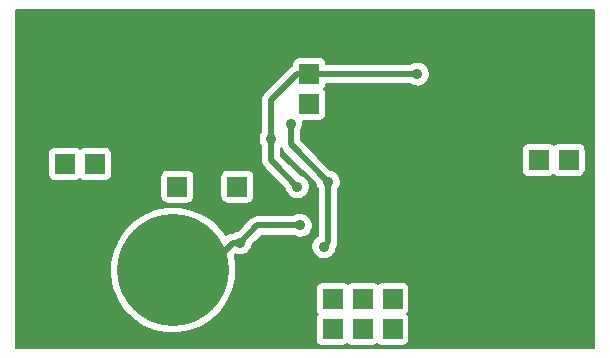
<source format=gbr>
G04 #@! TF.FileFunction,Copper,L1,Top,Signal*
%FSLAX46Y46*%
G04 Gerber Fmt 4.6, Leading zero omitted, Abs format (unit mm)*
G04 Created by KiCad (PCBNEW 0.201503230816+5530~22~ubuntu14.04.1-product) date Út 24. březen 2015, 20:19:39 CET*
%MOMM*%
G01*
G04 APERTURE LIST*
%ADD10C,0.100000*%
%ADD11R,1.651000X1.651000*%
%ADD12C,6.000000*%
%ADD13C,9.480265*%
%ADD14C,0.889000*%
%ADD15C,0.400000*%
%ADD16C,0.500000*%
%ADD17C,0.200000*%
G04 APERTURE END LIST*
D10*
D11*
X7620000Y13970000D03*
X7620000Y16510000D03*
X7620000Y19050000D03*
X5080000Y19050000D03*
X5080000Y16510000D03*
X5080000Y13970000D03*
X27736800Y5080000D03*
X35356800Y2540000D03*
X30276800Y2540000D03*
X35356800Y5080000D03*
X25196800Y2540000D03*
X27736800Y2540000D03*
X32816800Y2540000D03*
X25196800Y5080000D03*
X32816800Y5080000D03*
X30276800Y5080000D03*
X25781000Y21590000D03*
X25781000Y24130000D03*
X47726600Y14325600D03*
X47726600Y16865600D03*
X47726600Y19405600D03*
X45186600Y19405600D03*
X45186600Y16865600D03*
X45186600Y14325600D03*
D12*
X45720000Y5080000D03*
X45720000Y25400000D03*
X5080000Y25400000D03*
X5080000Y5080000D03*
D11*
X14605000Y14605000D03*
X19685000Y14605000D03*
D13*
X14249400Y7531100D03*
D14*
X23139400Y6400800D03*
X2895600Y20980400D03*
X2895600Y9906000D03*
X6477000Y10998200D03*
X42113200Y10185400D03*
X38455600Y8813800D03*
X33680400Y17322800D03*
X27076400Y18288000D03*
X37846000Y26898600D03*
X32842200Y27381200D03*
X28117800Y27279600D03*
X22123400Y27482800D03*
X17297400Y27914600D03*
X9372600Y23596600D03*
X32575500Y8318500D03*
X28346400Y8534400D03*
X29819600Y21590000D03*
X29845000Y19050000D03*
X22529800Y18618200D03*
X24770447Y14599689D03*
X34925000Y24130000D03*
X25019000Y11315700D03*
X19905361Y9842500D03*
X24190960Y19928840D03*
X27000200Y9512300D03*
X27378002Y14986000D03*
D15*
X25196800Y5080000D02*
X24460200Y5080000D01*
X24460200Y5080000D02*
X23139400Y6400800D01*
X2895600Y20980400D02*
X3149600Y20980400D01*
X3149600Y20980400D02*
X5080000Y19050000D01*
X6477000Y10998200D02*
X3987800Y10998200D01*
X3987800Y10998200D02*
X2895600Y9906000D01*
X38455600Y8813800D02*
X40741600Y8813800D01*
X40741600Y8813800D02*
X42113200Y10185400D01*
X27076400Y18288000D02*
X28041600Y17322800D01*
X28041600Y17322800D02*
X33680400Y17322800D01*
X32842200Y27381200D02*
X33324800Y26898600D01*
X33324800Y26898600D02*
X37846000Y26898600D01*
X22123400Y27482800D02*
X27914600Y27482800D01*
X27914600Y27482800D02*
X28117800Y27279600D01*
X9372600Y23596600D02*
X13690600Y27914600D01*
X13690600Y27914600D02*
X17297400Y27914600D01*
X32359600Y8534400D02*
X32575500Y8318500D01*
X28346400Y8534400D02*
X32359600Y8534400D01*
X29845000Y19050000D02*
X28600400Y20370800D01*
X28600400Y20370800D02*
X29819600Y21590000D01*
D16*
X25781000Y24130000D02*
X34925000Y24130000D01*
X22529800Y18618200D02*
X22529800Y21920200D01*
X22529800Y21920200D02*
X22854499Y22244899D01*
X24770447Y14599689D02*
X22830517Y16539619D01*
X22529800Y18618200D02*
X22529800Y16840336D01*
X22529800Y16840336D02*
X22830517Y16539619D01*
X34925000Y24130000D02*
X27851748Y24130000D01*
X27851748Y24130000D02*
X24739600Y24130000D01*
D15*
X25781000Y24130000D02*
X27006500Y24130000D01*
X27006500Y24130000D02*
X27851748Y24130000D01*
D16*
X22854499Y22244899D02*
X24739600Y24130000D01*
X24390383Y11315700D02*
X25019000Y11315700D01*
X21378561Y11315700D02*
X24390383Y11315700D01*
X19905361Y9842500D02*
X21378561Y11315700D01*
X19905361Y9842500D02*
X19276744Y9842500D01*
X19276744Y9842500D02*
X16927244Y7493000D01*
X16927244Y7493000D02*
X14427200Y7493000D01*
X13970000Y7620000D02*
X17462494Y7620000D01*
X17272000Y10541000D02*
X14478000Y7747000D01*
X13970000Y7620000D02*
X16510000Y7620000D01*
X27378002Y14986000D02*
X27378002Y9890102D01*
X27378002Y9890102D02*
X27000200Y9512300D01*
X24190960Y19928840D02*
X24190960Y18173042D01*
X24190960Y18173042D02*
X27378002Y14986000D01*
D17*
G36*
X49886000Y914000D02*
X49163042Y914000D01*
X49163042Y16040100D01*
X49163042Y17691100D01*
X49155023Y17789762D01*
X49103826Y17953489D01*
X49009131Y18096529D01*
X48878402Y18207605D01*
X48721946Y18277958D01*
X48552100Y18302042D01*
X46901100Y18302042D01*
X46802438Y18294023D01*
X46638711Y18242826D01*
X46495671Y18148131D01*
X46459081Y18105068D01*
X46338402Y18207605D01*
X46181946Y18277958D01*
X46012100Y18302042D01*
X44361100Y18302042D01*
X44262438Y18294023D01*
X44098711Y18242826D01*
X43955671Y18148131D01*
X43844595Y18017402D01*
X43774242Y17860946D01*
X43750158Y17691100D01*
X43750158Y16040100D01*
X43758177Y15941438D01*
X43809374Y15777711D01*
X43904069Y15634671D01*
X44034798Y15523595D01*
X44191254Y15453242D01*
X44361100Y15429158D01*
X46012100Y15429158D01*
X46110762Y15437177D01*
X46274489Y15488374D01*
X46417529Y15583069D01*
X46454118Y15626133D01*
X46574798Y15523595D01*
X46731254Y15453242D01*
X46901100Y15429158D01*
X48552100Y15429158D01*
X48650762Y15437177D01*
X48814489Y15488374D01*
X48957529Y15583069D01*
X49068605Y15713798D01*
X49138958Y15870254D01*
X49163042Y16040100D01*
X49163042Y914000D01*
X35977546Y914000D01*
X35977546Y24233203D01*
X35937454Y24435678D01*
X35858799Y24626510D01*
X35744576Y24798430D01*
X35599135Y24944889D01*
X35428017Y25060310D01*
X35237739Y25140296D01*
X35035549Y25181799D01*
X34829148Y25183240D01*
X34626398Y25144564D01*
X34435021Y25067243D01*
X34313925Y24988000D01*
X27851748Y24988000D01*
X27214800Y24988000D01*
X27209423Y25054162D01*
X27158226Y25217889D01*
X27063531Y25360929D01*
X26932802Y25472005D01*
X26776346Y25542358D01*
X26606500Y25566442D01*
X24955500Y25566442D01*
X24856838Y25558423D01*
X24693111Y25507226D01*
X24550071Y25412531D01*
X24438995Y25281802D01*
X24368642Y25125346D01*
X24344558Y24955500D01*
X24344558Y24887060D01*
X24342683Y24886063D01*
X24272299Y24849579D01*
X24268771Y24846763D01*
X24264790Y24844646D01*
X24203359Y24794545D01*
X24141433Y24745109D01*
X24135156Y24738921D01*
X24135024Y24738812D01*
X24134922Y24738690D01*
X24132902Y24736697D01*
X22247801Y22851597D01*
X22247796Y22851592D01*
X21923102Y22526898D01*
X21872767Y22465620D01*
X21821853Y22404942D01*
X21819680Y22400992D01*
X21816815Y22397502D01*
X21779354Y22327639D01*
X21741182Y22258202D01*
X21739817Y22253900D01*
X21737686Y22249925D01*
X21714531Y22174190D01*
X21690549Y22098588D01*
X21690045Y22094100D01*
X21688728Y22089790D01*
X21680720Y22010963D01*
X21671884Y21932180D01*
X21671822Y21923365D01*
X21671805Y21923195D01*
X21671819Y21923038D01*
X21671800Y21920200D01*
X21671800Y19228144D01*
X21603024Y19127699D01*
X21521712Y18937984D01*
X21478798Y18736089D01*
X21475916Y18529703D01*
X21513176Y18326688D01*
X21589159Y18134776D01*
X21671800Y18006542D01*
X21671800Y16840336D01*
X21679538Y16761412D01*
X21686442Y16682506D01*
X21687699Y16678179D01*
X21688140Y16673683D01*
X21711050Y16597803D01*
X21733159Y16521702D01*
X21735237Y16517693D01*
X21736540Y16513378D01*
X21773718Y16443456D01*
X21810221Y16373035D01*
X21813037Y16369508D01*
X21815154Y16365526D01*
X21865255Y16304096D01*
X21914691Y16242169D01*
X21920883Y16235889D01*
X21920988Y16235760D01*
X21921106Y16235662D01*
X21923102Y16233638D01*
X22223819Y15932921D01*
X23732526Y14424215D01*
X23753823Y14308177D01*
X23829806Y14116265D01*
X23941618Y13942767D01*
X24085000Y13794291D01*
X24254490Y13676493D01*
X24443633Y13593858D01*
X24645224Y13549536D01*
X24851585Y13545213D01*
X25054855Y13581055D01*
X25247292Y13655696D01*
X25421566Y13766294D01*
X25571040Y13908636D01*
X25690019Y14077300D01*
X25773972Y14265861D01*
X25819701Y14467137D01*
X25822993Y14702892D01*
X25782901Y14905367D01*
X25704246Y15096199D01*
X25590023Y15268119D01*
X25444582Y15414578D01*
X25273464Y15529999D01*
X25083186Y15609985D01*
X24945227Y15638304D01*
X23437215Y17146317D01*
X23387800Y17195732D01*
X23387800Y17876846D01*
X23394319Y17854408D01*
X23396397Y17850399D01*
X23397700Y17846084D01*
X23434878Y17776162D01*
X23471381Y17705741D01*
X23474197Y17702214D01*
X23476314Y17698232D01*
X23526415Y17636802D01*
X23575851Y17574875D01*
X23582043Y17568595D01*
X23582148Y17568466D01*
X23582266Y17568368D01*
X23584262Y17566344D01*
X26340081Y14810525D01*
X26361378Y14694488D01*
X26437361Y14502576D01*
X26520002Y14374342D01*
X26520002Y10453495D01*
X26510221Y10449543D01*
X26337508Y10336522D01*
X26190037Y10192108D01*
X26073424Y10021799D01*
X26071546Y10017417D01*
X26071546Y11418903D01*
X26031454Y11621378D01*
X25952799Y11812210D01*
X25838576Y11984130D01*
X25693135Y12130589D01*
X25522017Y12246010D01*
X25331739Y12325996D01*
X25129549Y12367499D01*
X24923148Y12368940D01*
X24720398Y12330264D01*
X24529021Y12252943D01*
X24407925Y12173700D01*
X24390383Y12173700D01*
X21378561Y12173700D01*
X21299636Y12165962D01*
X21220731Y12159058D01*
X21216403Y12157801D01*
X21211908Y12157360D01*
X21135981Y12134436D01*
X21121442Y12130211D01*
X21121442Y13779500D01*
X21121442Y15430500D01*
X21113423Y15529162D01*
X21062226Y15692889D01*
X20967531Y15835929D01*
X20836802Y15947005D01*
X20680346Y16017358D01*
X20510500Y16041442D01*
X18859500Y16041442D01*
X18760838Y16033423D01*
X18597111Y15982226D01*
X18454071Y15887531D01*
X18342995Y15756802D01*
X18272642Y15600346D01*
X18248558Y15430500D01*
X18248558Y13779500D01*
X18256577Y13680838D01*
X18307774Y13517111D01*
X18402469Y13374071D01*
X18533198Y13262995D01*
X18689654Y13192642D01*
X18859500Y13168558D01*
X20510500Y13168558D01*
X20609162Y13176577D01*
X20772889Y13227774D01*
X20915929Y13322469D01*
X21027005Y13453198D01*
X21097358Y13609654D01*
X21121442Y13779500D01*
X21121442Y12130211D01*
X21059927Y12112340D01*
X21055921Y12110264D01*
X21051603Y12108960D01*
X20981644Y12071763D01*
X20911260Y12035279D01*
X20907732Y12032463D01*
X20903751Y12030346D01*
X20842320Y11980245D01*
X20780394Y11930809D01*
X20774117Y11924621D01*
X20773985Y11924512D01*
X20773883Y11924390D01*
X20771863Y11922397D01*
X19730047Y10880583D01*
X19606759Y10857064D01*
X19415382Y10779743D01*
X19294286Y10700500D01*
X19276744Y10700500D01*
X19197869Y10692767D01*
X19118914Y10685859D01*
X19114581Y10684601D01*
X19110091Y10684160D01*
X19034238Y10661259D01*
X18958111Y10639141D01*
X18954102Y10637064D01*
X18949786Y10635760D01*
X18879884Y10598593D01*
X18809443Y10562080D01*
X18805911Y10559261D01*
X18801934Y10557146D01*
X18740561Y10507092D01*
X18709721Y10482473D01*
X18413959Y10927631D01*
X17674922Y11671845D01*
X16805409Y12258339D01*
X16041442Y12579481D01*
X16041442Y13779500D01*
X16041442Y15430500D01*
X16033423Y15529162D01*
X15982226Y15692889D01*
X15887531Y15835929D01*
X15756802Y15947005D01*
X15600346Y16017358D01*
X15430500Y16041442D01*
X13779500Y16041442D01*
X13680838Y16033423D01*
X13517111Y15982226D01*
X13374071Y15887531D01*
X13262995Y15756802D01*
X13192642Y15600346D01*
X13168558Y15430500D01*
X13168558Y13779500D01*
X13176577Y13680838D01*
X13227774Y13517111D01*
X13322469Y13374071D01*
X13453198Y13262995D01*
X13609654Y13192642D01*
X13779500Y13168558D01*
X15430500Y13168558D01*
X15529162Y13176577D01*
X15692889Y13227774D01*
X15835929Y13322469D01*
X15947005Y13453198D01*
X16017358Y13609654D01*
X16041442Y13779500D01*
X16041442Y12579481D01*
X15838538Y12664775D01*
X14811137Y12875670D01*
X13762340Y12882992D01*
X12732094Y12686462D01*
X11759643Y12293566D01*
X10882025Y11719269D01*
X10132670Y10985446D01*
X9540120Y10120049D01*
X9126945Y9156039D01*
X9056442Y8824349D01*
X9056442Y15684500D01*
X9056442Y17335500D01*
X9048423Y17434162D01*
X8997226Y17597889D01*
X8902531Y17740929D01*
X8771802Y17852005D01*
X8615346Y17922358D01*
X8445500Y17946442D01*
X6794500Y17946442D01*
X6695838Y17938423D01*
X6532111Y17887226D01*
X6389071Y17792531D01*
X6352481Y17749468D01*
X6231802Y17852005D01*
X6075346Y17922358D01*
X5905500Y17946442D01*
X4254500Y17946442D01*
X4155838Y17938423D01*
X3992111Y17887226D01*
X3849071Y17792531D01*
X3737995Y17661802D01*
X3667642Y17505346D01*
X3643558Y17335500D01*
X3643558Y15684500D01*
X3651577Y15585838D01*
X3702774Y15422111D01*
X3797469Y15279071D01*
X3928198Y15167995D01*
X4084654Y15097642D01*
X4254500Y15073558D01*
X5905500Y15073558D01*
X6004162Y15081577D01*
X6167889Y15132774D01*
X6310929Y15227469D01*
X6347518Y15270533D01*
X6468198Y15167995D01*
X6624654Y15097642D01*
X6794500Y15073558D01*
X8445500Y15073558D01*
X8544162Y15081577D01*
X8707889Y15132774D01*
X8850929Y15227469D01*
X8962005Y15358198D01*
X9032358Y15514654D01*
X9056442Y15684500D01*
X9056442Y8824349D01*
X8908882Y8130135D01*
X8894238Y7081415D01*
X9083571Y6049822D01*
X9469668Y5074652D01*
X10037824Y4193046D01*
X10766398Y3438586D01*
X11627638Y2840009D01*
X12588740Y2420114D01*
X13613096Y2194894D01*
X14661689Y2172930D01*
X15694578Y2355056D01*
X16672420Y2734336D01*
X17557970Y3296323D01*
X18317498Y4019612D01*
X18922074Y4876652D01*
X19348668Y5834799D01*
X19581033Y6857558D01*
X19597761Y8055511D01*
X19449900Y8802262D01*
X19512961Y8865323D01*
X19578547Y8836669D01*
X19780138Y8792347D01*
X19986499Y8788024D01*
X20189769Y8823866D01*
X20382206Y8898507D01*
X20556480Y9009105D01*
X20705954Y9151447D01*
X20824933Y9320111D01*
X20908886Y9508672D01*
X20945327Y9669072D01*
X21733956Y10457700D01*
X24390383Y10457700D01*
X24409237Y10457700D01*
X24503043Y10392504D01*
X24692186Y10309869D01*
X24893777Y10265547D01*
X25100138Y10261224D01*
X25303408Y10297066D01*
X25495845Y10371707D01*
X25670119Y10482305D01*
X25819593Y10624647D01*
X25938572Y10793311D01*
X26022525Y10981872D01*
X26068254Y11183148D01*
X26071546Y11418903D01*
X26071546Y10017417D01*
X25992112Y9832084D01*
X25949198Y9630189D01*
X25946316Y9423803D01*
X25983576Y9220788D01*
X26059559Y9028876D01*
X26171371Y8855378D01*
X26314753Y8706902D01*
X26484243Y8589104D01*
X26673386Y8506469D01*
X26874977Y8462147D01*
X27081338Y8457824D01*
X27284608Y8493666D01*
X27477045Y8568307D01*
X27651319Y8678905D01*
X27800793Y8821247D01*
X27919772Y8989911D01*
X28003725Y9178472D01*
X28043883Y9355228D01*
X28085949Y9405360D01*
X28088121Y9409311D01*
X28090987Y9412800D01*
X28128447Y9482664D01*
X28166620Y9552100D01*
X28167984Y9556403D01*
X28170116Y9560377D01*
X28193279Y9636142D01*
X28217253Y9711714D01*
X28217756Y9716199D01*
X28219075Y9720513D01*
X28227086Y9799384D01*
X28235918Y9878122D01*
X28235979Y9886938D01*
X28235997Y9887107D01*
X28235982Y9887265D01*
X28236002Y9890102D01*
X28236002Y14376327D01*
X28297574Y14463611D01*
X28381527Y14652172D01*
X28427256Y14853448D01*
X28430548Y15089203D01*
X28390456Y15291678D01*
X28311801Y15482510D01*
X28197578Y15654430D01*
X28052137Y15800889D01*
X27881019Y15916310D01*
X27690741Y15996296D01*
X27552783Y16024615D01*
X25048960Y18528438D01*
X25048960Y19319167D01*
X25110532Y19406451D01*
X25194485Y19595012D01*
X25240214Y19796288D01*
X25243506Y20032043D01*
X25219444Y20153558D01*
X26606500Y20153558D01*
X26705162Y20161577D01*
X26868889Y20212774D01*
X27011929Y20307469D01*
X27123005Y20438198D01*
X27193358Y20594654D01*
X27217442Y20764500D01*
X27217442Y22415500D01*
X27209423Y22514162D01*
X27158226Y22677889D01*
X27063531Y22820929D01*
X27020467Y22857519D01*
X27123005Y22978198D01*
X27193358Y23134654D01*
X27212833Y23272000D01*
X27851748Y23272000D01*
X34315237Y23272000D01*
X34409043Y23206804D01*
X34598186Y23124169D01*
X34799777Y23079847D01*
X35006138Y23075524D01*
X35209408Y23111366D01*
X35401845Y23186007D01*
X35576119Y23296605D01*
X35725593Y23438947D01*
X35844572Y23607611D01*
X35928525Y23796172D01*
X35974254Y23997448D01*
X35977546Y24233203D01*
X35977546Y914000D01*
X34253242Y914000D01*
X34253242Y1714500D01*
X34253242Y3365500D01*
X34245223Y3464162D01*
X34194026Y3627889D01*
X34099331Y3770929D01*
X34056267Y3807519D01*
X34158805Y3928198D01*
X34229158Y4084654D01*
X34253242Y4254500D01*
X34253242Y5905500D01*
X34245223Y6004162D01*
X34194026Y6167889D01*
X34099331Y6310929D01*
X33968602Y6422005D01*
X33812146Y6492358D01*
X33642300Y6516442D01*
X31991300Y6516442D01*
X31892638Y6508423D01*
X31728911Y6457226D01*
X31585871Y6362531D01*
X31549281Y6319468D01*
X31428602Y6422005D01*
X31272146Y6492358D01*
X31102300Y6516442D01*
X29451300Y6516442D01*
X29352638Y6508423D01*
X29188911Y6457226D01*
X29045871Y6362531D01*
X29009281Y6319468D01*
X28888602Y6422005D01*
X28732146Y6492358D01*
X28562300Y6516442D01*
X26911300Y6516442D01*
X26812638Y6508423D01*
X26648911Y6457226D01*
X26505871Y6362531D01*
X26394795Y6231802D01*
X26324442Y6075346D01*
X26300358Y5905500D01*
X26300358Y4254500D01*
X26308377Y4155838D01*
X26359574Y3992111D01*
X26454269Y3849071D01*
X26497332Y3812482D01*
X26394795Y3691802D01*
X26324442Y3535346D01*
X26300358Y3365500D01*
X26300358Y1714500D01*
X26308377Y1615838D01*
X26359574Y1452111D01*
X26454269Y1309071D01*
X26584998Y1197995D01*
X26741454Y1127642D01*
X26911300Y1103558D01*
X28562300Y1103558D01*
X28660962Y1111577D01*
X28824689Y1162774D01*
X28967729Y1257469D01*
X29004318Y1300533D01*
X29124998Y1197995D01*
X29281454Y1127642D01*
X29451300Y1103558D01*
X31102300Y1103558D01*
X31200962Y1111577D01*
X31364689Y1162774D01*
X31507729Y1257469D01*
X31544318Y1300533D01*
X31664998Y1197995D01*
X31821454Y1127642D01*
X31991300Y1103558D01*
X33642300Y1103558D01*
X33740962Y1111577D01*
X33904689Y1162774D01*
X34047729Y1257469D01*
X34158805Y1388198D01*
X34229158Y1544654D01*
X34253242Y1714500D01*
X34253242Y914000D01*
X914000Y914000D01*
X914000Y29566000D01*
X49886000Y29566000D01*
X49886000Y914000D01*
X49886000Y914000D01*
G37*
X49886000Y914000D02*
X49163042Y914000D01*
X49163042Y16040100D01*
X49163042Y17691100D01*
X49155023Y17789762D01*
X49103826Y17953489D01*
X49009131Y18096529D01*
X48878402Y18207605D01*
X48721946Y18277958D01*
X48552100Y18302042D01*
X46901100Y18302042D01*
X46802438Y18294023D01*
X46638711Y18242826D01*
X46495671Y18148131D01*
X46459081Y18105068D01*
X46338402Y18207605D01*
X46181946Y18277958D01*
X46012100Y18302042D01*
X44361100Y18302042D01*
X44262438Y18294023D01*
X44098711Y18242826D01*
X43955671Y18148131D01*
X43844595Y18017402D01*
X43774242Y17860946D01*
X43750158Y17691100D01*
X43750158Y16040100D01*
X43758177Y15941438D01*
X43809374Y15777711D01*
X43904069Y15634671D01*
X44034798Y15523595D01*
X44191254Y15453242D01*
X44361100Y15429158D01*
X46012100Y15429158D01*
X46110762Y15437177D01*
X46274489Y15488374D01*
X46417529Y15583069D01*
X46454118Y15626133D01*
X46574798Y15523595D01*
X46731254Y15453242D01*
X46901100Y15429158D01*
X48552100Y15429158D01*
X48650762Y15437177D01*
X48814489Y15488374D01*
X48957529Y15583069D01*
X49068605Y15713798D01*
X49138958Y15870254D01*
X49163042Y16040100D01*
X49163042Y914000D01*
X35977546Y914000D01*
X35977546Y24233203D01*
X35937454Y24435678D01*
X35858799Y24626510D01*
X35744576Y24798430D01*
X35599135Y24944889D01*
X35428017Y25060310D01*
X35237739Y25140296D01*
X35035549Y25181799D01*
X34829148Y25183240D01*
X34626398Y25144564D01*
X34435021Y25067243D01*
X34313925Y24988000D01*
X27851748Y24988000D01*
X27214800Y24988000D01*
X27209423Y25054162D01*
X27158226Y25217889D01*
X27063531Y25360929D01*
X26932802Y25472005D01*
X26776346Y25542358D01*
X26606500Y25566442D01*
X24955500Y25566442D01*
X24856838Y25558423D01*
X24693111Y25507226D01*
X24550071Y25412531D01*
X24438995Y25281802D01*
X24368642Y25125346D01*
X24344558Y24955500D01*
X24344558Y24887060D01*
X24342683Y24886063D01*
X24272299Y24849579D01*
X24268771Y24846763D01*
X24264790Y24844646D01*
X24203359Y24794545D01*
X24141433Y24745109D01*
X24135156Y24738921D01*
X24135024Y24738812D01*
X24134922Y24738690D01*
X24132902Y24736697D01*
X22247801Y22851597D01*
X22247796Y22851592D01*
X21923102Y22526898D01*
X21872767Y22465620D01*
X21821853Y22404942D01*
X21819680Y22400992D01*
X21816815Y22397502D01*
X21779354Y22327639D01*
X21741182Y22258202D01*
X21739817Y22253900D01*
X21737686Y22249925D01*
X21714531Y22174190D01*
X21690549Y22098588D01*
X21690045Y22094100D01*
X21688728Y22089790D01*
X21680720Y22010963D01*
X21671884Y21932180D01*
X21671822Y21923365D01*
X21671805Y21923195D01*
X21671819Y21923038D01*
X21671800Y21920200D01*
X21671800Y19228144D01*
X21603024Y19127699D01*
X21521712Y18937984D01*
X21478798Y18736089D01*
X21475916Y18529703D01*
X21513176Y18326688D01*
X21589159Y18134776D01*
X21671800Y18006542D01*
X21671800Y16840336D01*
X21679538Y16761412D01*
X21686442Y16682506D01*
X21687699Y16678179D01*
X21688140Y16673683D01*
X21711050Y16597803D01*
X21733159Y16521702D01*
X21735237Y16517693D01*
X21736540Y16513378D01*
X21773718Y16443456D01*
X21810221Y16373035D01*
X21813037Y16369508D01*
X21815154Y16365526D01*
X21865255Y16304096D01*
X21914691Y16242169D01*
X21920883Y16235889D01*
X21920988Y16235760D01*
X21921106Y16235662D01*
X21923102Y16233638D01*
X22223819Y15932921D01*
X23732526Y14424215D01*
X23753823Y14308177D01*
X23829806Y14116265D01*
X23941618Y13942767D01*
X24085000Y13794291D01*
X24254490Y13676493D01*
X24443633Y13593858D01*
X24645224Y13549536D01*
X24851585Y13545213D01*
X25054855Y13581055D01*
X25247292Y13655696D01*
X25421566Y13766294D01*
X25571040Y13908636D01*
X25690019Y14077300D01*
X25773972Y14265861D01*
X25819701Y14467137D01*
X25822993Y14702892D01*
X25782901Y14905367D01*
X25704246Y15096199D01*
X25590023Y15268119D01*
X25444582Y15414578D01*
X25273464Y15529999D01*
X25083186Y15609985D01*
X24945227Y15638304D01*
X23437215Y17146317D01*
X23387800Y17195732D01*
X23387800Y17876846D01*
X23394319Y17854408D01*
X23396397Y17850399D01*
X23397700Y17846084D01*
X23434878Y17776162D01*
X23471381Y17705741D01*
X23474197Y17702214D01*
X23476314Y17698232D01*
X23526415Y17636802D01*
X23575851Y17574875D01*
X23582043Y17568595D01*
X23582148Y17568466D01*
X23582266Y17568368D01*
X23584262Y17566344D01*
X26340081Y14810525D01*
X26361378Y14694488D01*
X26437361Y14502576D01*
X26520002Y14374342D01*
X26520002Y10453495D01*
X26510221Y10449543D01*
X26337508Y10336522D01*
X26190037Y10192108D01*
X26073424Y10021799D01*
X26071546Y10017417D01*
X26071546Y11418903D01*
X26031454Y11621378D01*
X25952799Y11812210D01*
X25838576Y11984130D01*
X25693135Y12130589D01*
X25522017Y12246010D01*
X25331739Y12325996D01*
X25129549Y12367499D01*
X24923148Y12368940D01*
X24720398Y12330264D01*
X24529021Y12252943D01*
X24407925Y12173700D01*
X24390383Y12173700D01*
X21378561Y12173700D01*
X21299636Y12165962D01*
X21220731Y12159058D01*
X21216403Y12157801D01*
X21211908Y12157360D01*
X21135981Y12134436D01*
X21121442Y12130211D01*
X21121442Y13779500D01*
X21121442Y15430500D01*
X21113423Y15529162D01*
X21062226Y15692889D01*
X20967531Y15835929D01*
X20836802Y15947005D01*
X20680346Y16017358D01*
X20510500Y16041442D01*
X18859500Y16041442D01*
X18760838Y16033423D01*
X18597111Y15982226D01*
X18454071Y15887531D01*
X18342995Y15756802D01*
X18272642Y15600346D01*
X18248558Y15430500D01*
X18248558Y13779500D01*
X18256577Y13680838D01*
X18307774Y13517111D01*
X18402469Y13374071D01*
X18533198Y13262995D01*
X18689654Y13192642D01*
X18859500Y13168558D01*
X20510500Y13168558D01*
X20609162Y13176577D01*
X20772889Y13227774D01*
X20915929Y13322469D01*
X21027005Y13453198D01*
X21097358Y13609654D01*
X21121442Y13779500D01*
X21121442Y12130211D01*
X21059927Y12112340D01*
X21055921Y12110264D01*
X21051603Y12108960D01*
X20981644Y12071763D01*
X20911260Y12035279D01*
X20907732Y12032463D01*
X20903751Y12030346D01*
X20842320Y11980245D01*
X20780394Y11930809D01*
X20774117Y11924621D01*
X20773985Y11924512D01*
X20773883Y11924390D01*
X20771863Y11922397D01*
X19730047Y10880583D01*
X19606759Y10857064D01*
X19415382Y10779743D01*
X19294286Y10700500D01*
X19276744Y10700500D01*
X19197869Y10692767D01*
X19118914Y10685859D01*
X19114581Y10684601D01*
X19110091Y10684160D01*
X19034238Y10661259D01*
X18958111Y10639141D01*
X18954102Y10637064D01*
X18949786Y10635760D01*
X18879884Y10598593D01*
X18809443Y10562080D01*
X18805911Y10559261D01*
X18801934Y10557146D01*
X18740561Y10507092D01*
X18709721Y10482473D01*
X18413959Y10927631D01*
X17674922Y11671845D01*
X16805409Y12258339D01*
X16041442Y12579481D01*
X16041442Y13779500D01*
X16041442Y15430500D01*
X16033423Y15529162D01*
X15982226Y15692889D01*
X15887531Y15835929D01*
X15756802Y15947005D01*
X15600346Y16017358D01*
X15430500Y16041442D01*
X13779500Y16041442D01*
X13680838Y16033423D01*
X13517111Y15982226D01*
X13374071Y15887531D01*
X13262995Y15756802D01*
X13192642Y15600346D01*
X13168558Y15430500D01*
X13168558Y13779500D01*
X13176577Y13680838D01*
X13227774Y13517111D01*
X13322469Y13374071D01*
X13453198Y13262995D01*
X13609654Y13192642D01*
X13779500Y13168558D01*
X15430500Y13168558D01*
X15529162Y13176577D01*
X15692889Y13227774D01*
X15835929Y13322469D01*
X15947005Y13453198D01*
X16017358Y13609654D01*
X16041442Y13779500D01*
X16041442Y12579481D01*
X15838538Y12664775D01*
X14811137Y12875670D01*
X13762340Y12882992D01*
X12732094Y12686462D01*
X11759643Y12293566D01*
X10882025Y11719269D01*
X10132670Y10985446D01*
X9540120Y10120049D01*
X9126945Y9156039D01*
X9056442Y8824349D01*
X9056442Y15684500D01*
X9056442Y17335500D01*
X9048423Y17434162D01*
X8997226Y17597889D01*
X8902531Y17740929D01*
X8771802Y17852005D01*
X8615346Y17922358D01*
X8445500Y17946442D01*
X6794500Y17946442D01*
X6695838Y17938423D01*
X6532111Y17887226D01*
X6389071Y17792531D01*
X6352481Y17749468D01*
X6231802Y17852005D01*
X6075346Y17922358D01*
X5905500Y17946442D01*
X4254500Y17946442D01*
X4155838Y17938423D01*
X3992111Y17887226D01*
X3849071Y17792531D01*
X3737995Y17661802D01*
X3667642Y17505346D01*
X3643558Y17335500D01*
X3643558Y15684500D01*
X3651577Y15585838D01*
X3702774Y15422111D01*
X3797469Y15279071D01*
X3928198Y15167995D01*
X4084654Y15097642D01*
X4254500Y15073558D01*
X5905500Y15073558D01*
X6004162Y15081577D01*
X6167889Y15132774D01*
X6310929Y15227469D01*
X6347518Y15270533D01*
X6468198Y15167995D01*
X6624654Y15097642D01*
X6794500Y15073558D01*
X8445500Y15073558D01*
X8544162Y15081577D01*
X8707889Y15132774D01*
X8850929Y15227469D01*
X8962005Y15358198D01*
X9032358Y15514654D01*
X9056442Y15684500D01*
X9056442Y8824349D01*
X8908882Y8130135D01*
X8894238Y7081415D01*
X9083571Y6049822D01*
X9469668Y5074652D01*
X10037824Y4193046D01*
X10766398Y3438586D01*
X11627638Y2840009D01*
X12588740Y2420114D01*
X13613096Y2194894D01*
X14661689Y2172930D01*
X15694578Y2355056D01*
X16672420Y2734336D01*
X17557970Y3296323D01*
X18317498Y4019612D01*
X18922074Y4876652D01*
X19348668Y5834799D01*
X19581033Y6857558D01*
X19597761Y8055511D01*
X19449900Y8802262D01*
X19512961Y8865323D01*
X19578547Y8836669D01*
X19780138Y8792347D01*
X19986499Y8788024D01*
X20189769Y8823866D01*
X20382206Y8898507D01*
X20556480Y9009105D01*
X20705954Y9151447D01*
X20824933Y9320111D01*
X20908886Y9508672D01*
X20945327Y9669072D01*
X21733956Y10457700D01*
X24390383Y10457700D01*
X24409237Y10457700D01*
X24503043Y10392504D01*
X24692186Y10309869D01*
X24893777Y10265547D01*
X25100138Y10261224D01*
X25303408Y10297066D01*
X25495845Y10371707D01*
X25670119Y10482305D01*
X25819593Y10624647D01*
X25938572Y10793311D01*
X26022525Y10981872D01*
X26068254Y11183148D01*
X26071546Y11418903D01*
X26071546Y10017417D01*
X25992112Y9832084D01*
X25949198Y9630189D01*
X25946316Y9423803D01*
X25983576Y9220788D01*
X26059559Y9028876D01*
X26171371Y8855378D01*
X26314753Y8706902D01*
X26484243Y8589104D01*
X26673386Y8506469D01*
X26874977Y8462147D01*
X27081338Y8457824D01*
X27284608Y8493666D01*
X27477045Y8568307D01*
X27651319Y8678905D01*
X27800793Y8821247D01*
X27919772Y8989911D01*
X28003725Y9178472D01*
X28043883Y9355228D01*
X28085949Y9405360D01*
X28088121Y9409311D01*
X28090987Y9412800D01*
X28128447Y9482664D01*
X28166620Y9552100D01*
X28167984Y9556403D01*
X28170116Y9560377D01*
X28193279Y9636142D01*
X28217253Y9711714D01*
X28217756Y9716199D01*
X28219075Y9720513D01*
X28227086Y9799384D01*
X28235918Y9878122D01*
X28235979Y9886938D01*
X28235997Y9887107D01*
X28235982Y9887265D01*
X28236002Y9890102D01*
X28236002Y14376327D01*
X28297574Y14463611D01*
X28381527Y14652172D01*
X28427256Y14853448D01*
X28430548Y15089203D01*
X28390456Y15291678D01*
X28311801Y15482510D01*
X28197578Y15654430D01*
X28052137Y15800889D01*
X27881019Y15916310D01*
X27690741Y15996296D01*
X27552783Y16024615D01*
X25048960Y18528438D01*
X25048960Y19319167D01*
X25110532Y19406451D01*
X25194485Y19595012D01*
X25240214Y19796288D01*
X25243506Y20032043D01*
X25219444Y20153558D01*
X26606500Y20153558D01*
X26705162Y20161577D01*
X26868889Y20212774D01*
X27011929Y20307469D01*
X27123005Y20438198D01*
X27193358Y20594654D01*
X27217442Y20764500D01*
X27217442Y22415500D01*
X27209423Y22514162D01*
X27158226Y22677889D01*
X27063531Y22820929D01*
X27020467Y22857519D01*
X27123005Y22978198D01*
X27193358Y23134654D01*
X27212833Y23272000D01*
X27851748Y23272000D01*
X34315237Y23272000D01*
X34409043Y23206804D01*
X34598186Y23124169D01*
X34799777Y23079847D01*
X35006138Y23075524D01*
X35209408Y23111366D01*
X35401845Y23186007D01*
X35576119Y23296605D01*
X35725593Y23438947D01*
X35844572Y23607611D01*
X35928525Y23796172D01*
X35974254Y23997448D01*
X35977546Y24233203D01*
X35977546Y914000D01*
X34253242Y914000D01*
X34253242Y1714500D01*
X34253242Y3365500D01*
X34245223Y3464162D01*
X34194026Y3627889D01*
X34099331Y3770929D01*
X34056267Y3807519D01*
X34158805Y3928198D01*
X34229158Y4084654D01*
X34253242Y4254500D01*
X34253242Y5905500D01*
X34245223Y6004162D01*
X34194026Y6167889D01*
X34099331Y6310929D01*
X33968602Y6422005D01*
X33812146Y6492358D01*
X33642300Y6516442D01*
X31991300Y6516442D01*
X31892638Y6508423D01*
X31728911Y6457226D01*
X31585871Y6362531D01*
X31549281Y6319468D01*
X31428602Y6422005D01*
X31272146Y6492358D01*
X31102300Y6516442D01*
X29451300Y6516442D01*
X29352638Y6508423D01*
X29188911Y6457226D01*
X29045871Y6362531D01*
X29009281Y6319468D01*
X28888602Y6422005D01*
X28732146Y6492358D01*
X28562300Y6516442D01*
X26911300Y6516442D01*
X26812638Y6508423D01*
X26648911Y6457226D01*
X26505871Y6362531D01*
X26394795Y6231802D01*
X26324442Y6075346D01*
X26300358Y5905500D01*
X26300358Y4254500D01*
X26308377Y4155838D01*
X26359574Y3992111D01*
X26454269Y3849071D01*
X26497332Y3812482D01*
X26394795Y3691802D01*
X26324442Y3535346D01*
X26300358Y3365500D01*
X26300358Y1714500D01*
X26308377Y1615838D01*
X26359574Y1452111D01*
X26454269Y1309071D01*
X26584998Y1197995D01*
X26741454Y1127642D01*
X26911300Y1103558D01*
X28562300Y1103558D01*
X28660962Y1111577D01*
X28824689Y1162774D01*
X28967729Y1257469D01*
X29004318Y1300533D01*
X29124998Y1197995D01*
X29281454Y1127642D01*
X29451300Y1103558D01*
X31102300Y1103558D01*
X31200962Y1111577D01*
X31364689Y1162774D01*
X31507729Y1257469D01*
X31544318Y1300533D01*
X31664998Y1197995D01*
X31821454Y1127642D01*
X31991300Y1103558D01*
X33642300Y1103558D01*
X33740962Y1111577D01*
X33904689Y1162774D01*
X34047729Y1257469D01*
X34158805Y1388198D01*
X34229158Y1544654D01*
X34253242Y1714500D01*
X34253242Y914000D01*
X914000Y914000D01*
X914000Y29566000D01*
X49886000Y29566000D01*
X49886000Y914000D01*
M02*

</source>
